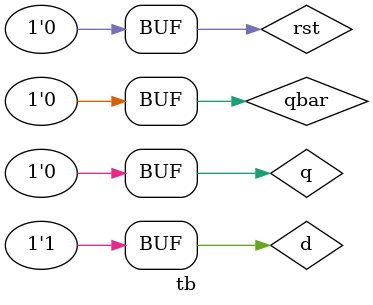
<source format=v>
`timescale 1ns / 1ps

module tb;

  // Inputs
  reg clk, rst, d;

  // Outputs
  wire q, qbar;

  // DUT (Device Under Test) instantiation
  top DUT (
    .clk(clk), .rst(rst), .d(d), .q(q), .qbar(q_bar)
  );

  initial begin 
      rst <= 1'b0;
      d   <= 1'b0;
      q   <= 1'b0;
      qbar <=1'b0;
      #10
      rst <=1'b1;
      #10 
      rst <=1'b0;
      d   <=1'b1;
  end

endmodule
</source>
